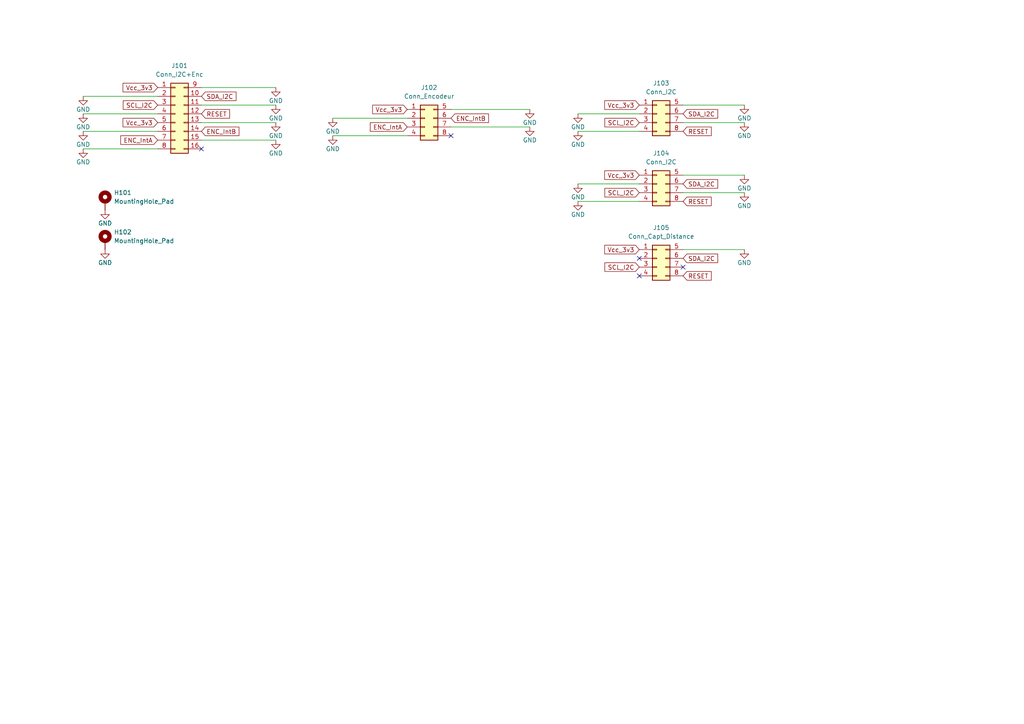
<source format=kicad_sch>
(kicad_sch (version 20231120) (generator "eeschema") (generator_version "8.0")
  (paper "A4")
  (lib_symbols
    (symbol "Connector_Generic:Conn_02x04_Top_Bottom" (pin_names (offset 1.016) hide)
      (property "Reference" "J" (at 1.27 5.08 0))
      (property "Value" "Conn_02x04_Top_Bottom" (at 1.27 -7.62 0))
      (symbol "Conn_02x04_Top_Bottom_1_1"
        (rectangle (start -1.27 -4.953) (end 0 -5.207) (stroke (width 0.1524)))
        (rectangle (start -1.27 -2.413) (end 0 -2.667) (stroke (width 0.1524)))
        (rectangle (start -1.27 0.127) (end 0 -0.127) (stroke (width 0.1524)))
        (rectangle (start -1.27 2.667) (end 0 2.413) (stroke (width 0.1524)))
        (rectangle (start -1.27 3.81) (end 3.81 -6.35) (stroke (width 0.254)) (fill (type background)))
        (rectangle (start 3.81 -4.953) (end 2.54 -5.207) (stroke (width 0.1524)))
        (rectangle (start 3.81 -2.413) (end 2.54 -2.667) (stroke (width 0.1524)))
        (rectangle (start 3.81 0.127) (end 2.54 -0.127) (stroke (width 0.1524)))
        (rectangle (start 3.81 2.667) (end 2.54 2.413) (stroke (width 0.1524)))
        (pin passive line (at -5.08 2.54 0) (length 3.81) (name "Pin_1") (number "1"))
        (pin passive line (at -5.08 0 0) (length 3.81) (name "Pin_2") (number "2"))
        (pin passive line (at -5.08 -2.54 0) (length 3.81) (name "Pin_3") (number "3"))
        (pin passive line (at -5.08 -5.08 0) (length 3.81) (name "Pin_4") (number "4"))
        (pin passive line (at 7.62 2.54 180) (length 3.81) (name "Pin_5") (number "5"))
        (pin passive line (at 7.62 0 180) (length 3.81) (name "Pin_6") (number "6"))
        (pin passive line (at 7.62 -2.54 180) (length 3.81) (name "Pin_7") (number "7"))
        (pin passive line (at 7.62 -5.08 180) (length 3.81) (name "Pin_8") (number "8"))
      )
    )
    (symbol "Connector_Generic:Conn_02x08_Top_Bottom" (pin_names (offset 1.016) hide)
      (property "Reference" "J" (at 1.27 10.16 0))
      (property "Value" "Conn_02x08_Top_Bottom" (at 1.27 -12.7 0))
      (symbol "Conn_02x08_Top_Bottom_1_1"
        (rectangle (start -1.27 -10.033) (end 0 -10.287) (stroke (width 0.1524)))
        (rectangle (start -1.27 -7.493) (end 0 -7.747) (stroke (width 0.1524)))
        (rectangle (start -1.27 -4.953) (end 0 -5.207) (stroke (width 0.1524)))
        (rectangle (start -1.27 -2.413) (end 0 -2.667) (stroke (width 0.1524)))
        (rectangle (start -1.27 0.127) (end 0 -0.127) (stroke (width 0.1524)))
        (rectangle (start -1.27 2.667) (end 0 2.413) (stroke (width 0.1524)))
        (rectangle (start -1.27 5.207) (end 0 4.953) (stroke (width 0.1524)))
        (rectangle (start -1.27 7.747) (end 0 7.493) (stroke (width 0.1524)))
        (rectangle (start -1.27 8.89) (end 3.81 -11.43) (stroke (width 0.254)) (fill (type background)))
        (rectangle (start 3.81 -10.033) (end 2.54 -10.287) (stroke (width 0.1524)))
        (rectangle (start 3.81 -7.493) (end 2.54 -7.747) (stroke (width 0.1524)))
        (rectangle (start 3.81 -4.953) (end 2.54 -5.207) (stroke (width 0.1524)))
        (rectangle (start 3.81 -2.413) (end 2.54 -2.667) (stroke (width 0.1524)))
        (rectangle (start 3.81 0.127) (end 2.54 -0.127) (stroke (width 0.1524)))
        (rectangle (start 3.81 2.667) (end 2.54 2.413) (stroke (width 0.1524)))
        (rectangle (start 3.81 5.207) (end 2.54 4.953) (stroke (width 0.1524)))
        (rectangle (start 3.81 7.747) (end 2.54 7.493) (stroke (width 0.1524)))
        (pin passive line (at -5.08 7.62 0) (length 3.81) (name "Pin_1") (number "1"))
        (pin passive line (at 7.62 5.08 180) (length 3.81) (name "Pin_10") (number "10"))
        (pin passive line (at 7.62 2.54 180) (length 3.81) (name "Pin_11") (number "11"))
        (pin passive line (at 7.62 0 180) (length 3.81) (name "Pin_12") (number "12"))
        (pin passive line (at 7.62 -2.54 180) (length 3.81) (name "Pin_13") (number "13"))
        (pin passive line (at 7.62 -5.08 180) (length 3.81) (name "Pin_14") (number "14"))
        (pin passive line (at 7.62 -7.62 180) (length 3.81) (name "Pin_15") (number "15"))
        (pin passive line (at 7.62 -10.16 180) (length 3.81) (name "Pin_16") (number "16"))
        (pin passive line (at -5.08 5.08 0) (length 3.81) (name "Pin_2") (number "2"))
        (pin passive line (at -5.08 2.54 0) (length 3.81) (name "Pin_3") (number "3"))
        (pin passive line (at -5.08 0 0) (length 3.81) (name "Pin_4") (number "4"))
        (pin passive line (at -5.08 -2.54 0) (length 3.81) (name "Pin_5") (number "5"))
        (pin passive line (at -5.08 -5.08 0) (length 3.81) (name "Pin_6") (number "6"))
        (pin passive line (at -5.08 -7.62 0) (length 3.81) (name "Pin_7") (number "7"))
        (pin passive line (at -5.08 -10.16 0) (length 3.81) (name "Pin_8") (number "8"))
        (pin passive line (at 7.62 7.62 180) (length 3.81) (name "Pin_9") (number "9"))
      )
    )
    (symbol "Mechanical:MountingHole_Pad" (pin_numbers hide) (pin_names (offset 1.016) hide)
      (property "Reference" "H" (at 0 6.35 0))
      (property "Value" "MountingHole_Pad" (at 0 4.445 0))
      (symbol "MountingHole_Pad_0_1"
        (circle (center 0 1.27) (radius 1.27) (stroke (width 1.27)))
      )
      (symbol "MountingHole_Pad_1_1"
        (pin input line (at 0 -2.54 90) (length 2.54) (name "1") (number "1"))
      )
    )
    (symbol "power:GND" (power) (pin_names (offset 0))
      (property "Value" "GND" (at 0 -3.81 0))
      (symbol "GND_0_1"
        (polyline (pts (xy 0 0) (xy 0 -1.27) (xy 1.27 -1.27) (xy 0 -2.54) (xy -1.27 -1.27) (xy 0 -1.27)))
      )
      (symbol "GND_1_1"
        (pin power_in line (at 0 0 270) (length 0) hide (name "GND") (number "1"))
      )
    )
  )
  (no_connect (at 130.81 39.37))
  (no_connect (at 58.42 43.18))
  (no_connect (at 185.42 80.01))
  (no_connect (at 198.12 77.47))
  (no_connect (at 185.42 74.93))
  (wire (pts (xy 215.9 50.8) (xy 198.12 50.8)))
  (wire (pts (xy 96.52 39.37) (xy 118.11 39.37)))
  (wire (pts (xy 80.01 30.48) (xy 58.42 30.48)))
  (wire (pts (xy 215.9 35.56) (xy 198.12 35.56)))
  (wire (pts (xy 96.52 34.29) (xy 118.11 34.29)))
  (wire (pts (xy 167.64 53.34) (xy 185.42 53.34)))
  (wire (pts (xy 215.9 55.88) (xy 198.12 55.88)))
  (wire (pts (xy 215.9 72.39) (xy 198.12 72.39)))
  (wire (pts (xy 215.9 30.48) (xy 198.12 30.48)))
  (wire (pts (xy 167.64 58.42) (xy 185.42 58.42)))
  (wire (pts (xy 153.67 31.75) (xy 130.81 31.75)))
  (wire (pts (xy 24.13 43.18) (xy 45.72 43.18)))
  (wire (pts (xy 80.01 25.4) (xy 58.42 25.4)))
  (wire (pts (xy 80.01 40.64) (xy 58.42 40.64)))
  (wire (pts (xy 24.13 33.02) (xy 45.72 33.02)))
  (wire (pts (xy 80.01 35.56) (xy 58.42 35.56)))
  (wire (pts (xy 167.64 38.1) (xy 185.42 38.1)))
  (wire (pts (xy 153.67 36.83) (xy 130.81 36.83)))
  (wire (pts (xy 167.64 33.02) (xy 185.42 33.02)))
  (wire (pts (xy 24.13 27.94) (xy 45.72 27.94)))
  (wire (pts (xy 24.13 38.1) (xy 45.72 38.1)))
  (global_label "RESET" (shape input) (at 58.42 33.02 0) (property "Intersheetrefs" "${INTERSHEET_REFS}" (effects (hide yes))))
  (global_label "RESET" (shape input) (at 198.12 38.1 0) (property "Intersheetrefs" "${INTERSHEET_REFS}" (effects (hide yes))))
  (global_label "SCL_I2C" (shape input) (at 45.72 30.48 180) (property "Intersheetrefs" "${INTERSHEET_REFS}" (effects (hide yes))))
  (global_label "Vcc_3v3" (shape input) (at 45.72 35.56 180) (property "Intersheetrefs" "${INTERSHEET_REFS}" (effects (hide yes))))
  (global_label "ENC_IntA" (shape input) (at 45.72 40.64 180) (property "Intersheetrefs" "${INTERSHEET_REFS}" (effects (hide yes))))
  (global_label "SCL_I2C" (shape input) (at 185.42 55.88 180) (property "Intersheetrefs" "${INTERSHEET_REFS}" (effects (hide yes))))
  (global_label "Vcc_3v3" (shape input) (at 185.42 72.39 180) (property "Intersheetrefs" "${INTERSHEET_REFS}" (effects (hide yes))))
  (global_label "RESET" (shape input) (at 198.12 58.42 0) (property "Intersheetrefs" "${INTERSHEET_REFS}" (effects (hide yes))))
  (global_label "ENC_IntB" (shape input) (at 130.81 34.29 0) (property "Intersheetrefs" "${INTERSHEET_REFS}" (effects (hide yes))))
  (global_label "SDA_I2C" (shape input) (at 58.42 27.94 0) (property "Intersheetrefs" "${INTERSHEET_REFS}" (effects (hide yes))))
  (global_label "Vcc_3v3" (shape input) (at 118.11 31.75 180) (property "Intersheetrefs" "${INTERSHEET_REFS}" (effects (hide yes))))
  (global_label "RESET" (shape input) (at 198.12 80.01 0) (property "Intersheetrefs" "${INTERSHEET_REFS}" (effects (hide yes))))
  (global_label "SDA_I2C" (shape input) (at 198.12 53.34 0) (property "Intersheetrefs" "${INTERSHEET_REFS}" (effects (hide yes))))
  (global_label "Vcc_3v3" (shape input) (at 185.42 50.8 180) (property "Intersheetrefs" "${INTERSHEET_REFS}" (effects (hide yes))))
  (global_label "SDA_I2C" (shape input) (at 198.12 33.02 0) (property "Intersheetrefs" "${INTERSHEET_REFS}" (effects (hide yes))))
  (global_label "SDA_I2C" (shape input) (at 198.12 74.93 0) (property "Intersheetrefs" "${INTERSHEET_REFS}" (effects (hide yes))))
  (global_label "ENC_IntA" (shape input) (at 118.11 36.83 180) (property "Intersheetrefs" "${INTERSHEET_REFS}" (effects (hide yes))))
  (global_label "Vcc_3v3" (shape input) (at 45.72 25.4 180) (property "Intersheetrefs" "${INTERSHEET_REFS}" (effects (hide yes))))
  (global_label "SCL_I2C" (shape input) (at 185.42 35.56 180) (property "Intersheetrefs" "${INTERSHEET_REFS}" (effects (hide yes))))
  (global_label "Vcc_3v3" (shape input) (at 185.42 30.48 180) (property "Intersheetrefs" "${INTERSHEET_REFS}" (effects (hide yes))))
  (global_label "ENC_IntB" (shape input) (at 58.42 38.1 0) (property "Intersheetrefs" "${INTERSHEET_REFS}" (effects (hide yes))))
  (global_label "SCL_I2C" (shape input) (at 185.42 77.47 180) (property "Intersheetrefs" "${INTERSHEET_REFS}" (effects (hide yes))))
  (symbol (lib_id "power:GND") (at 153.67 36.83 0) (unit 1)
    (property "Reference" "#PWR0112" (effects (hide yes)))
    (property "Value" "GND" (at 153.67 40.64 0))
  )
  (symbol (lib_id "power:GND") (at 24.13 27.94 0) (unit 1)
    (property "Reference" "#PWR0101" (effects (hide yes)))
    (property "Value" "GND" (at 24.13 31.75 0))
  )
  (symbol (lib_id "power:GND") (at 80.01 35.56 0) (unit 1)
    (property "Reference" "#PWR0107" (effects (hide yes)))
    (property "Value" "GND" (at 80.01 39.37 0))
  )
  (symbol (lib_id "power:GND") (at 96.52 39.37 0) (unit 1)
    (property "Reference" "#PWR0110" (effects (hide yes)))
    (property "Value" "GND" (at 96.52 43.18 0))
  )
  (symbol (lib_id "Connector_Generic:Conn_02x04_Top_Bottom") (at 123.19 34.29 0) (unit 1)
    (property "Reference" "J102" (at 124.46 25.4 0))
    (property "Value" "Conn_Encodeur" (at 124.46 27.94 0))
    (property "Footprint" "Connector_Molex:Molex_Nano-Fit_105310-xx08_2x04_P2.50mm_Vertical" (effects (hide yes)))
    (property "Description" "Generic connector, double row, 02x04, top/bottom pin numbering scheme (row 1: 1...pins_per_row, row2: pins_per_row+1 ... num_pins), script generated (kicad-library-utils/schlib/autogen/connector/)" (effects (hide yes)))
  )
  (symbol (lib_id "power:GND") (at 215.9 55.88 0) (unit 1)
    (property "Reference" "#PWR0120" (effects (hide yes)))
    (property "Value" "GND" (at 215.9 59.69 0))
  )
  (symbol (lib_id "power:GND") (at 167.64 33.02 0) (unit 1)
    (property "Reference" "#PWR0113" (effects (hide yes)))
    (property "Value" "GND" (at 167.64 36.83 0))
  )
  (symbol (lib_id "power:GND") (at 80.01 30.48 0) (unit 1)
    (property "Reference" "#PWR0106" (effects (hide yes)))
    (property "Value" "GND" (at 80.01 34.29 0))
  )
  (symbol (lib_id "power:GND") (at 24.13 33.02 0) (unit 1)
    (property "Reference" "#PWR0102" (effects (hide yes)))
    (property "Value" "GND" (at 24.13 36.83 0))
  )
  (symbol (lib_id "power:GND") (at 215.9 72.39 0) (unit 1)
    (property "Reference" "#PWR0121" (effects (hide yes)))
    (property "Value" "GND" (at 215.9 76.2 0))
  )
  (symbol (lib_id "Connector_Generic:Conn_02x08_Top_Bottom") (at 50.8 33.02 0) (unit 1)
    (property "Reference" "J101" (at 52.07 19.05 0))
    (property "Value" "Conn_I2C+Enc" (at 52.07 21.59 0))
    (property "Footprint" "Connector_Molex:Molex_Nano-Fit_105310-xx16_2x08_P2.50mm_Vertical" (effects (hide yes)))
    (property "Description" "Generic connector, double row, 02x08, top/bottom pin numbering scheme (row 1: 1...pins_per_row, row2: pins_per_row+1 ... num_pins), script generated (kicad-library-utils/schlib/autogen/connector/)" (effects (hide yes)))
  )
  (symbol (lib_id "Mechanical:MountingHole_Pad") (at 30.48 69.85 0) (unit 1)
    (property "Reference" "H102" (at 33.02 67.3099 0) (effects (justify left)))
    (property "Value" "MountingHole_Pad" (at 33.02 69.8499 0) (effects (justify left)))
    (property "Footprint" "MountingHole:MountingHole_2.2mm_M2_ISO14580_Pad" (effects (hide yes)))
    (property "Description" "Mounting Hole with connection" (effects (hide yes)))
  )
  (symbol (lib_id "power:GND") (at 24.13 43.18 0) (unit 1)
    (property "Reference" "#PWR0104" (effects (hide yes)))
    (property "Value" "GND" (at 24.13 46.99 0))
  )
  (symbol (lib_id "power:GND") (at 30.48 72.39 0) (unit 1)
    (property "Reference" "#PWR0123" (effects (hide yes)))
    (property "Value" "GND" (at 30.48 76.2 0))
  )
  (symbol (lib_id "power:GND") (at 215.9 50.8 0) (unit 1)
    (property "Reference" "#PWR0119" (effects (hide yes)))
    (property "Value" "GND" (at 215.9 54.61 0))
  )
  (symbol (lib_id "Mechanical:MountingHole_Pad") (at 30.48 58.42 0) (unit 1)
    (property "Reference" "H101" (at 33.02 55.8799 0) (effects (justify left)))
    (property "Value" "MountingHole_Pad" (at 33.02 58.4199 0) (effects (justify left)))
    (property "Footprint" "MountingHole:MountingHole_2.2mm_M2_ISO14580_Pad" (effects (hide yes)))
    (property "Description" "Mounting Hole with connection" (effects (hide yes)))
  )
  (symbol (lib_id "power:GND") (at 96.52 34.29 0) (unit 1)
    (property "Reference" "#PWR0109" (effects (hide yes)))
    (property "Value" "GND" (at 96.52 38.1 0))
  )
  (symbol (lib_id "Connector_Generic:Conn_02x04_Top_Bottom") (at 190.5 33.02 0) (unit 1)
    (property "Reference" "J103" (at 191.77 24.13 0))
    (property "Value" "Conn_I2C" (at 191.77 26.67 0))
    (property "Footprint" "Connector_Molex:Molex_Nano-Fit_105310-xx08_2x04_P2.50mm_Vertical" (effects (hide yes)))
    (property "Description" "Generic connector, double row, 02x04, top/bottom pin numbering scheme (row 1: 1...pins_per_row, row2: pins_per_row+1 ... num_pins), script generated (kicad-library-utils/schlib/autogen/connector/)" (effects (hide yes)))
  )
  (symbol (lib_id "power:GND") (at 80.01 25.4 0) (unit 1)
    (property "Reference" "#PWR0105" (effects (hide yes)))
    (property "Value" "GND" (at 80.01 29.21 0))
  )
  (symbol (lib_id "power:GND") (at 215.9 30.48 0) (unit 1)
    (property "Reference" "#PWR0117" (effects (hide yes)))
    (property "Value" "GND" (at 215.9 34.29 0))
  )
  (symbol (lib_id "power:GND") (at 30.48 60.96 0) (unit 1)
    (property "Reference" "#PWR0122" (effects (hide yes)))
    (property "Value" "GND" (at 30.48 64.77 0))
  )
  (symbol (lib_id "power:GND") (at 24.13 38.1 0) (unit 1)
    (property "Reference" "#PWR0103" (effects (hide yes)))
    (property "Value" "GND" (at 24.13 41.91 0))
  )
  (symbol (lib_id "power:GND") (at 167.64 38.1 0) (unit 1)
    (property "Reference" "#PWR0114" (effects (hide yes)))
    (property "Value" "GND" (at 167.64 41.91 0))
  )
  (symbol (lib_id "Connector_Generic:Conn_02x04_Top_Bottom") (at 190.5 74.93 0) (unit 1)
    (property "Reference" "J105" (at 191.77 66.04 0))
    (property "Value" "Conn_Capt_Distance" (at 191.77 68.58 0))
    (property "Footprint" "Connector_Molex:Molex_Nano-Fit_105310-xx08_2x04_P2.50mm_Vertical" (effects (hide yes)))
    (property "Description" "Generic connector, double row, 02x04, top/bottom pin numbering scheme (row 1: 1...pins_per_row, row2: pins_per_row+1 ... num_pins), script generated (kicad-library-utils/schlib/autogen/connector/)" (effects (hide yes)))
  )
  (symbol (lib_id "power:GND") (at 167.64 53.34 0) (unit 1)
    (property "Reference" "#PWR0115" (effects (hide yes)))
    (property "Value" "GND" (at 167.64 57.15 0))
  )
  (symbol (lib_id "power:GND") (at 215.9 35.56 0) (unit 1)
    (property "Reference" "#PWR0118" (effects (hide yes)))
    (property "Value" "GND" (at 215.9 39.37 0))
  )
  (symbol (lib_id "power:GND") (at 153.67 31.75 0) (unit 1)
    (property "Reference" "#PWR0111" (effects (hide yes)))
    (property "Value" "GND" (at 153.67 35.56 0))
  )
  (symbol (lib_id "power:GND") (at 167.64 58.42 0) (unit 1)
    (property "Reference" "#PWR0116" (effects (hide yes)))
    (property "Value" "GND" (at 167.64 62.23 0))
  )
  (symbol (lib_id "power:GND") (at 80.01 40.64 0) (unit 1)
    (property "Reference" "#PWR0108" (effects (hide yes)))
    (property "Value" "GND" (at 80.01 44.45 0))
  )
  (symbol (lib_id "Connector_Generic:Conn_02x04_Top_Bottom") (at 190.5 53.34 0) (unit 1)
    (property "Reference" "J104" (at 191.77 44.45 0))
    (property "Value" "Conn_I2C" (at 191.77 46.99 0))
    (property "Footprint" "Connector_Molex:Molex_Nano-Fit_105310-xx08_2x04_P2.50mm_Vertical" (effects (hide yes)))
    (property "Description" "Generic connector, double row, 02x04, top/bottom pin numbering scheme (row 1: 1...pins_per_row, row2: pins_per_row+1 ... num_pins), script generated (kicad-library-utils/schlib/autogen/connector/)" (effects (hide yes)))
  )
)
</source>
